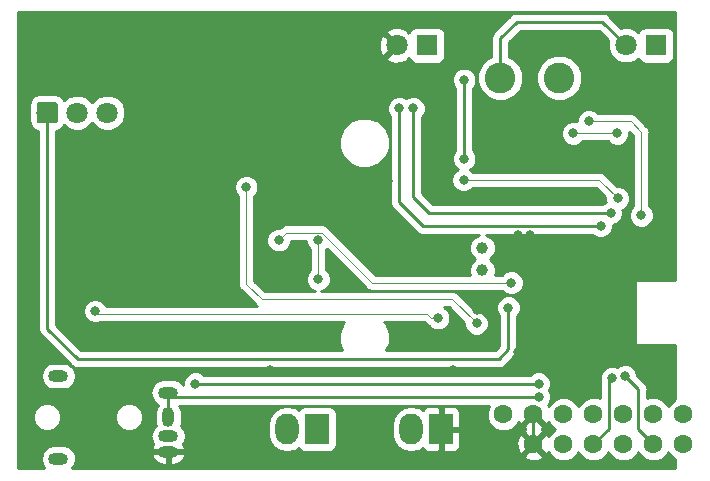
<source format=gbl>
G04 #@! TF.GenerationSoftware,KiCad,Pcbnew,5.0.2-bee76a0~70~ubuntu16.04.1*
G04 #@! TF.CreationDate,2019-02-20T18:18:52+05:30*
G04 #@! TF.ProjectId,senseBe_rev2,73656e73-6542-4655-9f72-6576322e6b69,rev?*
G04 #@! TF.SameCoordinates,Original*
G04 #@! TF.FileFunction,Copper,L2,Bot*
G04 #@! TF.FilePolarity,Positive*
%FSLAX46Y46*%
G04 Gerber Fmt 4.6, Leading zero omitted, Abs format (unit mm)*
G04 Created by KiCad (PCBNEW 5.0.2-bee76a0~70~ubuntu16.04.1) date Wed Feb 20 18:18:52 2019*
%MOMM*%
%LPD*%
G01*
G04 APERTURE LIST*
G04 #@! TA.AperFunction,Conductor*
%ADD10C,0.100000*%
G04 #@! TD*
G04 #@! TA.AperFunction,ComponentPad*
%ADD11C,1.800000*%
G04 #@! TD*
G04 #@! TA.AperFunction,ComponentPad*
%ADD12R,1.800000X1.800000*%
G04 #@! TD*
G04 #@! TA.AperFunction,ComponentPad*
%ADD13O,1.700000X1.000000*%
G04 #@! TD*
G04 #@! TA.AperFunction,ComponentPad*
%ADD14O,1.000000X1.700000*%
G04 #@! TD*
G04 #@! TA.AperFunction,WasherPad*
%ADD15C,1.600000*%
G04 #@! TD*
G04 #@! TA.AperFunction,ComponentPad*
%ADD16C,1.600000*%
G04 #@! TD*
G04 #@! TA.AperFunction,ComponentPad*
%ADD17O,2.000000X2.600000*%
G04 #@! TD*
G04 #@! TA.AperFunction,ComponentPad*
%ADD18R,2.000000X2.600000*%
G04 #@! TD*
G04 #@! TA.AperFunction,ComponentPad*
%ADD19C,1.000000*%
G04 #@! TD*
G04 #@! TA.AperFunction,ComponentPad*
%ADD20C,2.600000*%
G04 #@! TD*
G04 #@! TA.AperFunction,ViaPad*
%ADD21C,0.800000*%
G04 #@! TD*
G04 #@! TA.AperFunction,Conductor*
%ADD22C,0.250000*%
G04 #@! TD*
G04 #@! TA.AperFunction,Conductor*
%ADD23C,0.254000*%
G04 #@! TD*
G04 APERTURE END LIST*
D10*
G04 #@! TO.N,/RX_OUT*
G04 #@! TO.C,U2*
G36*
X3824324Y-8301205D02*
X3848612Y-8304808D01*
X3872429Y-8310774D01*
X3895547Y-8319045D01*
X3917743Y-8329543D01*
X3938804Y-8342166D01*
X3958525Y-8356793D01*
X3976718Y-8373282D01*
X3993207Y-8391475D01*
X4007834Y-8411196D01*
X4020457Y-8432257D01*
X4030955Y-8454453D01*
X4039226Y-8477571D01*
X4045192Y-8501388D01*
X4048795Y-8525676D01*
X4050000Y-8550200D01*
X4050000Y-9849800D01*
X4048795Y-9874324D01*
X4045192Y-9898612D01*
X4039226Y-9922429D01*
X4030955Y-9945547D01*
X4020457Y-9967743D01*
X4007834Y-9988804D01*
X3993207Y-10008525D01*
X3976718Y-10026718D01*
X3958525Y-10043207D01*
X3938804Y-10057834D01*
X3917743Y-10070457D01*
X3895547Y-10080955D01*
X3872429Y-10089226D01*
X3848612Y-10095192D01*
X3824324Y-10098795D01*
X3799800Y-10100000D01*
X2500200Y-10100000D01*
X2475676Y-10098795D01*
X2451388Y-10095192D01*
X2427571Y-10089226D01*
X2404453Y-10080955D01*
X2382257Y-10070457D01*
X2361196Y-10057834D01*
X2341475Y-10043207D01*
X2323282Y-10026718D01*
X2306793Y-10008525D01*
X2292166Y-9988804D01*
X2279543Y-9967743D01*
X2269045Y-9945547D01*
X2260774Y-9922429D01*
X2254808Y-9898612D01*
X2251205Y-9874324D01*
X2250000Y-9849800D01*
X2250000Y-8550200D01*
X2251205Y-8525676D01*
X2254808Y-8501388D01*
X2260774Y-8477571D01*
X2269045Y-8454453D01*
X2279543Y-8432257D01*
X2292166Y-8411196D01*
X2306793Y-8391475D01*
X2323282Y-8373282D01*
X2341475Y-8356793D01*
X2361196Y-8342166D01*
X2382257Y-8329543D01*
X2404453Y-8319045D01*
X2427571Y-8310774D01*
X2451388Y-8304808D01*
X2475676Y-8301205D01*
X2500200Y-8300000D01*
X3799800Y-8300000D01*
X3824324Y-8301205D01*
X3824324Y-8301205D01*
G37*
D11*
G04 #@! TD*
G04 #@! TO.P,U2,1*
G04 #@! TO.N,/RX_OUT*
X3150000Y-9200000D03*
G04 #@! TO.P,U2,2*
G04 #@! TO.N,Net-(Q3-Pad1)*
X5690000Y-9200000D03*
G04 #@! TO.P,U2,3*
G04 #@! TO.N,VDD*
X8230000Y-9200000D03*
G04 #@! TD*
D12*
G04 #@! TO.P,D2,1*
G04 #@! TO.N,/LIGHT_SENSE*
X35300000Y-3500000D03*
D11*
G04 #@! TO.P,D2,2*
G04 #@! TO.N,GND*
X32760000Y-3500000D03*
G04 #@! TD*
G04 #@! TO.P,D3,2*
G04 #@! TO.N,/Sheet5C63BFE7/VLED*
X52160000Y-3500000D03*
D12*
G04 #@! TO.P,D3,1*
G04 #@! TO.N,Net-(D3-Pad1)*
X54700000Y-3500000D03*
G04 #@! TD*
D13*
G04 #@! TO.P,J1,1*
G04 #@! TO.N,GND*
X13400000Y-37900000D03*
D14*
G04 #@! TO.P,J1,2*
G04 #@! TO.N,/TRIGGER*
X13400000Y-35000000D03*
D13*
G04 #@! TO.P,J1,3*
G04 #@! TO.N,/FOCUS*
X13400000Y-36600000D03*
G04 #@! TO.P,J1,4*
G04 #@! TO.N,/TRIGGER*
X13400000Y-32900000D03*
G04 #@! TO.P,J1,*
G04 #@! TO.N,*
X4100000Y-38500000D03*
X4100000Y-31500000D03*
G04 #@! TD*
D15*
G04 #@! TO.P,P1,*
G04 #@! TO.N,*
X41780000Y-34730000D03*
X57020000Y-37270000D03*
D16*
G04 #@! TO.P,P1,1*
G04 #@! TO.N,/SWDIO*
X54480000Y-34730000D03*
G04 #@! TO.P,P1,3*
G04 #@! TO.N,/SWDCLK*
X51940000Y-34730000D03*
G04 #@! TO.P,P1,5*
G04 #@! TO.N,/RESET*
X49400000Y-34730000D03*
G04 #@! TO.P,P1,7*
G04 #@! TO.N,/GPIO2*
X46860000Y-34730000D03*
G04 #@! TO.P,P1,9*
G04 #@! TO.N,GND*
X44320000Y-34730000D03*
G04 #@! TO.P,P1,10*
X44320000Y-37270000D03*
G04 #@! TO.P,P1,8*
G04 #@! TO.N,/RX*
X46860000Y-37270000D03*
G04 #@! TO.P,P1,6*
G04 #@! TO.N,/GPIO1*
X49400000Y-37270000D03*
G04 #@! TO.P,P1,4*
G04 #@! TO.N,VDD*
X51940000Y-37270000D03*
G04 #@! TO.P,P1,2*
G04 #@! TO.N,/TX*
X54480000Y-37270000D03*
D15*
G04 #@! TO.P,P1,*
G04 #@! TO.N,*
X57020000Y-34730000D03*
G04 #@! TD*
D17*
G04 #@! TO.P,SW1,2*
G04 #@! TO.N,Net-(Q1-Pad3)*
X23460000Y-36000000D03*
D18*
G04 #@! TO.P,SW1,1*
G04 #@! TO.N,N/C*
X26000000Y-36000000D03*
G04 #@! TD*
G04 #@! TO.P,SW2,1*
G04 #@! TO.N,GND*
X36500000Y-36000000D03*
D17*
G04 #@! TO.P,SW2,2*
G04 #@! TO.N,/BUTTON*
X33960000Y-36000000D03*
G04 #@! TD*
D19*
G04 #@! TO.P,Y1,1*
G04 #@! TO.N,/LFCLK_XL1*
X40000000Y-20650000D03*
G04 #@! TO.P,Y1,2*
G04 #@! TO.N,/LFCLK_XL2*
X40000000Y-22550000D03*
G04 #@! TD*
D20*
G04 #@! TO.P,L3,1*
G04 #@! TO.N,Net-(L3-Pad1)*
X46500000Y-6250000D03*
G04 #@! TO.P,L3,2*
G04 #@! TO.N,/Sheet5C63BFE7/VLED*
X41500000Y-6250000D03*
G04 #@! TD*
D21*
G04 #@! TO.N,GND*
X46500000Y-22500000D03*
X50500000Y-27500000D03*
X50500000Y-22500000D03*
X46450000Y-27500000D03*
X37500000Y-31000000D03*
X8200000Y-14800000D03*
X23400000Y-23300000D03*
X32000000Y-15000000D03*
X37000000Y-20250000D03*
X51600000Y-12500000D03*
X43000000Y-30500000D03*
X44000000Y-30500000D03*
X43000000Y-29500000D03*
X43000000Y-19525000D03*
X44000000Y-19525000D03*
X43000000Y-20500000D03*
X55800000Y-31000000D03*
X55800000Y-31800000D03*
X55800000Y-18750000D03*
X55800000Y-17950000D03*
X55000000Y-17950000D03*
X55000000Y-18750000D03*
X48500000Y-25000000D03*
X52000000Y-25000000D03*
X53500000Y-22500000D03*
X54800000Y-21750000D03*
X55650000Y-21750000D03*
X55650000Y-22850000D03*
X54800000Y-22850000D03*
X22000000Y-31000000D03*
X42700000Y-13750000D03*
X48550000Y-13500000D03*
X50500000Y-9000000D03*
X39550000Y-25950000D03*
X27200000Y-17725000D03*
G04 #@! TO.N,Net-(C11-Pad2)*
X38450000Y-13100000D03*
X38450000Y-6425000D03*
G04 #@! TO.N,/LIGHT_SENSE*
X50850000Y-17700000D03*
X34150000Y-8850000D03*
G04 #@! TO.N,Net-(D3-Pad1)*
X20000000Y-15500000D03*
X39500000Y-27050000D03*
G04 #@! TO.N,/TRIGGER*
X44750000Y-33250000D03*
G04 #@! TO.N,/FOCUS*
X44750000Y-32150000D03*
X15700000Y-32150000D03*
G04 #@! TO.N,/GPIO1*
X50957653Y-31657653D03*
G04 #@! TO.N,/TX*
X52075000Y-31500000D03*
G04 #@! TO.N,/LED_RED*
X22750000Y-20000000D03*
X42450000Y-23600000D03*
G04 #@! TO.N,/LED_GREEN*
X26100000Y-20000000D03*
X26100000Y-23300000D03*
G04 #@! TO.N,Net-(Q3-Pad1)*
X7200000Y-26000000D03*
X36250000Y-26600000D03*
G04 #@! TO.N,Net-(Q4-Pad3)*
X51400000Y-10950000D03*
X47700000Y-10950000D03*
G04 #@! TO.N,/PWR1*
X49000000Y-9950000D03*
X53450000Y-17900000D03*
G04 #@! TO.N,/LIGHT_SENSE_EN*
X50000000Y-18800000D03*
X32950000Y-8850000D03*
G04 #@! TO.N,/REG_EN*
X38400000Y-14900000D03*
X51450000Y-16450000D03*
G04 #@! TO.N,/RX_OUT*
X42200000Y-25700000D03*
G04 #@! TD*
D22*
G04 #@! TO.N,GND*
X44320000Y-35861370D02*
X44320000Y-37270000D01*
X44320000Y-34730000D02*
X44320000Y-35861370D01*
X43000000Y-30500000D02*
X44000000Y-30500000D01*
X43000000Y-19525000D02*
X44000000Y-19525000D01*
X43000000Y-19525000D02*
X43000000Y-20500000D01*
X43025000Y-20500000D02*
X44000000Y-19525000D01*
X43000000Y-20500000D02*
X43025000Y-20500000D01*
X43000000Y-30500000D02*
X43000000Y-29500000D01*
X44000000Y-30500000D02*
X43000000Y-29500000D01*
X55800000Y-31000000D02*
X55800000Y-31800000D01*
X55800000Y-18750000D02*
X55800000Y-17950000D01*
X55800000Y-17950000D02*
X55000000Y-17950000D01*
X55000000Y-17950000D02*
X55000000Y-18750000D01*
X55000000Y-18750000D02*
X55800000Y-18750000D01*
X44565685Y-19525000D02*
X45390685Y-20350000D01*
X44000000Y-19525000D02*
X44565685Y-19525000D01*
X45390685Y-21390685D02*
X46500000Y-22500000D01*
X45390685Y-20350000D02*
X45390685Y-21390685D01*
X46899999Y-22899999D02*
X50100001Y-22899999D01*
X50100001Y-22899999D02*
X50500000Y-22500000D01*
X46500000Y-22500000D02*
X46899999Y-22899999D01*
X46500000Y-27450000D02*
X46450000Y-27500000D01*
X46500000Y-22500000D02*
X46500000Y-27450000D01*
X47015685Y-27500000D02*
X50500000Y-27500000D01*
X46450000Y-27500000D02*
X47015685Y-27500000D01*
X48500000Y-25500000D02*
X48500000Y-25000000D01*
X50500000Y-27500000D02*
X48500000Y-25500000D01*
X48500000Y-25000000D02*
X52000000Y-25000000D01*
X50500000Y-22500000D02*
X53500000Y-22500000D01*
X54050000Y-22500000D02*
X54800000Y-21750000D01*
X53500000Y-22500000D02*
X54050000Y-22500000D01*
X54800000Y-21750000D02*
X55650000Y-21750000D01*
X55650000Y-21750000D02*
X55650000Y-22850000D01*
X55650000Y-22850000D02*
X54800000Y-22850000D01*
G04 #@! TO.N,/Sheet5C63BFE7/VLED*
X50160000Y-1500000D02*
X52160000Y-3500000D01*
X42911523Y-1500000D02*
X50160000Y-1500000D01*
X41500000Y-2911523D02*
X42911523Y-1500000D01*
X41500000Y-6250000D02*
X41500000Y-2911523D01*
G04 #@! TO.N,Net-(C11-Pad2)*
X38450000Y-13100000D02*
X38450000Y-9200000D01*
X38450000Y-9200000D02*
X38450000Y-6425000D01*
G04 #@! TO.N,/LIGHT_SENSE*
X50850000Y-17700000D02*
X35500000Y-17700000D01*
X34150000Y-16350000D02*
X34150000Y-8850000D01*
X35500000Y-17700000D02*
X34150000Y-16350000D01*
D10*
G04 #@! TO.N,Net-(D3-Pad1)*
X20000000Y-15500000D02*
X20000000Y-23700000D01*
X20000000Y-23700000D02*
X21300000Y-25000000D01*
X37450000Y-25000000D02*
X39500000Y-27050000D01*
X21300000Y-25000000D02*
X37450000Y-25000000D01*
D22*
G04 #@! TO.N,/TRIGGER*
X13750000Y-33250000D02*
X13400000Y-32900000D01*
X21800000Y-33250000D02*
X13750000Y-33250000D01*
X13400000Y-35000000D02*
X13400000Y-32900000D01*
X21800000Y-33250000D02*
X44750000Y-33250000D01*
G04 #@! TO.N,/FOCUS*
X44750000Y-32150000D02*
X15700000Y-32150000D01*
G04 #@! TO.N,/GPIO1*
X49400000Y-37270000D02*
X50700000Y-35970000D01*
X50700000Y-31915306D02*
X50957653Y-31657653D01*
X50700000Y-35970000D02*
X50700000Y-31915306D01*
G04 #@! TO.N,/TX*
X53200000Y-35990000D02*
X54480000Y-37270000D01*
X53200000Y-34200000D02*
X53200000Y-35990000D01*
X53200000Y-32625000D02*
X52075000Y-31500000D01*
X53200000Y-34200000D02*
X53200000Y-32625000D01*
D10*
G04 #@! TO.N,/LED_RED*
X22750000Y-20000000D02*
X23400001Y-19349999D01*
X23400001Y-19349999D02*
X26412001Y-19349999D01*
X26412001Y-19349999D02*
X30662002Y-23600000D01*
X30662002Y-23600000D02*
X42450000Y-23600000D01*
G04 #@! TO.N,/LED_GREEN*
X26100000Y-20000000D02*
X26100000Y-23300000D01*
G04 #@! TO.N,Net-(Q3-Pad1)*
X7450000Y-26250000D02*
X7200000Y-26000000D01*
X35334315Y-26250000D02*
X7450000Y-26250000D01*
X35684315Y-26600000D02*
X35334315Y-26250000D01*
X36250000Y-26600000D02*
X35684315Y-26600000D01*
G04 #@! TO.N,Net-(Q4-Pad3)*
X51400000Y-10950000D02*
X47700000Y-10950000D01*
G04 #@! TO.N,/PWR1*
X49000000Y-9950000D02*
X52550000Y-9950000D01*
X53450000Y-10850000D02*
X53450000Y-17900000D01*
X52550000Y-9950000D02*
X53450000Y-10850000D01*
D22*
G04 #@! TO.N,/LIGHT_SENSE_EN*
X50000000Y-18800000D02*
X34950000Y-18800000D01*
X32950000Y-16800000D02*
X32950000Y-8850000D01*
X34950000Y-18800000D02*
X32950000Y-16800000D01*
D10*
G04 #@! TO.N,/REG_EN*
X38400000Y-14900000D02*
X49900000Y-14900000D01*
X49900000Y-14900000D02*
X51450000Y-16450000D01*
D22*
G04 #@! TO.N,/RX_OUT*
X42200000Y-25700000D02*
X42200000Y-29250000D01*
X41374999Y-30075001D02*
X5725001Y-30075001D01*
X42200000Y-29250000D02*
X41374999Y-30075001D01*
X5725001Y-30075001D02*
X3150000Y-27500000D01*
X3150000Y-27500000D02*
X3150000Y-9200000D01*
G04 #@! TD*
D23*
G04 #@! TO.N,GND*
G36*
X56323000Y-23373000D02*
X53000000Y-23373000D01*
X52951399Y-23382667D01*
X52910197Y-23410197D01*
X52882667Y-23451399D01*
X52873000Y-23500000D01*
X52873000Y-28750000D01*
X52882667Y-28798601D01*
X52910197Y-28839803D01*
X52951399Y-28867333D01*
X53000000Y-28877000D01*
X56323000Y-28877000D01*
X56323000Y-33465474D01*
X56207138Y-33513466D01*
X55803466Y-33917138D01*
X55750000Y-34046216D01*
X55696534Y-33917138D01*
X55292862Y-33513466D01*
X54765439Y-33295000D01*
X54194561Y-33295000D01*
X53960000Y-33392158D01*
X53960000Y-32699846D01*
X53974888Y-32624999D01*
X53960000Y-32550152D01*
X53960000Y-32550148D01*
X53915904Y-32328463D01*
X53747929Y-32077071D01*
X53684473Y-32034671D01*
X53110000Y-31460199D01*
X53110000Y-31294126D01*
X52952431Y-30913720D01*
X52661280Y-30622569D01*
X52280874Y-30465000D01*
X51869126Y-30465000D01*
X51488720Y-30622569D01*
X51393414Y-30717875D01*
X51163527Y-30622653D01*
X50751779Y-30622653D01*
X50371373Y-30780222D01*
X50080222Y-31071373D01*
X49922653Y-31451779D01*
X49922653Y-31863527D01*
X49931272Y-31884336D01*
X49925112Y-31915306D01*
X49940001Y-31990158D01*
X49940001Y-33400443D01*
X49685439Y-33295000D01*
X49114561Y-33295000D01*
X48587138Y-33513466D01*
X48183466Y-33917138D01*
X48130000Y-34046216D01*
X48076534Y-33917138D01*
X47672862Y-33513466D01*
X47145439Y-33295000D01*
X46574561Y-33295000D01*
X46047138Y-33513466D01*
X45643466Y-33917138D01*
X45596475Y-34030583D01*
X45573864Y-33975995D01*
X45507658Y-33956053D01*
X45627431Y-33836280D01*
X45785000Y-33455874D01*
X45785000Y-33044126D01*
X45642459Y-32700000D01*
X45785000Y-32355874D01*
X45785000Y-31944126D01*
X45627431Y-31563720D01*
X45336280Y-31272569D01*
X44955874Y-31115000D01*
X44544126Y-31115000D01*
X44163720Y-31272569D01*
X44046289Y-31390000D01*
X16403711Y-31390000D01*
X16286280Y-31272569D01*
X15905874Y-31115000D01*
X15494126Y-31115000D01*
X15113720Y-31272569D01*
X14822569Y-31563720D01*
X14665000Y-31944126D01*
X14665000Y-32226449D01*
X14568289Y-32081711D01*
X14192855Y-31830854D01*
X13861783Y-31765000D01*
X12938217Y-31765000D01*
X12607145Y-31830854D01*
X12231711Y-32081711D01*
X11980854Y-32457145D01*
X11892765Y-32900000D01*
X11980854Y-33342855D01*
X12231711Y-33718289D01*
X12526075Y-33914977D01*
X12330854Y-34207145D01*
X12265000Y-34538217D01*
X12265000Y-35461782D01*
X12317266Y-35724545D01*
X12231711Y-35781711D01*
X11980854Y-36157145D01*
X11892765Y-36600000D01*
X11980854Y-37042855D01*
X12123616Y-37256514D01*
X11955881Y-37598126D01*
X12082046Y-37773000D01*
X13273000Y-37773000D01*
X13273000Y-37753000D01*
X13527000Y-37753000D01*
X13527000Y-37773000D01*
X14717954Y-37773000D01*
X14844119Y-37598126D01*
X14676384Y-37256514D01*
X14819146Y-37042855D01*
X14907235Y-36600000D01*
X14819146Y-36157145D01*
X14568289Y-35781711D01*
X14482734Y-35724545D01*
X14519646Y-35538969D01*
X21825000Y-35538969D01*
X21825000Y-36461030D01*
X21919864Y-36937944D01*
X22281231Y-37478769D01*
X22822055Y-37840136D01*
X23460000Y-37967031D01*
X24097944Y-37840136D01*
X24443100Y-37609510D01*
X24542191Y-37757809D01*
X24752235Y-37898157D01*
X25000000Y-37947440D01*
X27000000Y-37947440D01*
X27247765Y-37898157D01*
X27457809Y-37757809D01*
X27598157Y-37547765D01*
X27647440Y-37300000D01*
X27647440Y-35538969D01*
X32325000Y-35538969D01*
X32325000Y-36461030D01*
X32419864Y-36937944D01*
X32781231Y-37478769D01*
X33322055Y-37840136D01*
X33960000Y-37967031D01*
X34597944Y-37840136D01*
X34941365Y-37610670D01*
X34961673Y-37659699D01*
X35140302Y-37838327D01*
X35373691Y-37935000D01*
X36214250Y-37935000D01*
X36373000Y-37776250D01*
X36373000Y-36127000D01*
X36627000Y-36127000D01*
X36627000Y-37776250D01*
X36785750Y-37935000D01*
X37626309Y-37935000D01*
X37859698Y-37838327D01*
X38038327Y-37659699D01*
X38135000Y-37426310D01*
X38135000Y-37053223D01*
X42873035Y-37053223D01*
X42900222Y-37623454D01*
X43066136Y-38024005D01*
X43312255Y-38098139D01*
X44140395Y-37270000D01*
X43312255Y-36441861D01*
X43066136Y-36515995D01*
X42873035Y-37053223D01*
X38135000Y-37053223D01*
X38135000Y-36285750D01*
X37976250Y-36127000D01*
X36627000Y-36127000D01*
X36373000Y-36127000D01*
X36353000Y-36127000D01*
X36353000Y-35873000D01*
X36373000Y-35873000D01*
X36373000Y-34223750D01*
X36627000Y-34223750D01*
X36627000Y-35873000D01*
X37976250Y-35873000D01*
X38135000Y-35714250D01*
X38135000Y-34573690D01*
X38038327Y-34340301D01*
X37859698Y-34161673D01*
X37626309Y-34065000D01*
X36785750Y-34065000D01*
X36627000Y-34223750D01*
X36373000Y-34223750D01*
X36214250Y-34065000D01*
X35373691Y-34065000D01*
X35140302Y-34161673D01*
X34961673Y-34340301D01*
X34941365Y-34389330D01*
X34597945Y-34159864D01*
X33960000Y-34032969D01*
X33322056Y-34159864D01*
X32781231Y-34521231D01*
X32419864Y-35062055D01*
X32325000Y-35538969D01*
X27647440Y-35538969D01*
X27647440Y-34700000D01*
X27598157Y-34452235D01*
X27457809Y-34242191D01*
X27247765Y-34101843D01*
X27000000Y-34052560D01*
X25000000Y-34052560D01*
X24752235Y-34101843D01*
X24542191Y-34242191D01*
X24443100Y-34390489D01*
X24097945Y-34159864D01*
X23460000Y-34032969D01*
X22822056Y-34159864D01*
X22281231Y-34521231D01*
X21919864Y-35062055D01*
X21825000Y-35538969D01*
X14519646Y-35538969D01*
X14535000Y-35461783D01*
X14535000Y-34538218D01*
X14469146Y-34207145D01*
X14337418Y-34010000D01*
X40525001Y-34010000D01*
X40345000Y-34444561D01*
X40345000Y-35015439D01*
X40563466Y-35542862D01*
X40967138Y-35946534D01*
X41494561Y-36165000D01*
X42065439Y-36165000D01*
X42592862Y-35946534D01*
X42801651Y-35737745D01*
X43491861Y-35737745D01*
X43565995Y-35983864D01*
X43607709Y-35998858D01*
X43565995Y-36016136D01*
X43491861Y-36262255D01*
X44320000Y-37090395D01*
X45148139Y-36262255D01*
X45074005Y-36016136D01*
X45032291Y-36001142D01*
X45074005Y-35983864D01*
X45148139Y-35737745D01*
X44320000Y-34909605D01*
X43491861Y-35737745D01*
X42801651Y-35737745D01*
X42996534Y-35542862D01*
X43043525Y-35429417D01*
X43066136Y-35484005D01*
X43312255Y-35558139D01*
X44140395Y-34730000D01*
X44126252Y-34715858D01*
X44305858Y-34536252D01*
X44320000Y-34550395D01*
X44334143Y-34536253D01*
X44513748Y-34715858D01*
X44499605Y-34730000D01*
X45327745Y-35558139D01*
X45573864Y-35484005D01*
X45594874Y-35425552D01*
X45643466Y-35542862D01*
X46047138Y-35946534D01*
X46176216Y-36000000D01*
X46047138Y-36053466D01*
X45643466Y-36457138D01*
X45596475Y-36570583D01*
X45573864Y-36515995D01*
X45327745Y-36441861D01*
X44499605Y-37270000D01*
X45327745Y-38098139D01*
X45573864Y-38024005D01*
X45594874Y-37965552D01*
X45643466Y-38082862D01*
X46047138Y-38486534D01*
X46574561Y-38705000D01*
X47145439Y-38705000D01*
X47672862Y-38486534D01*
X48076534Y-38082862D01*
X48130000Y-37953784D01*
X48183466Y-38082862D01*
X48587138Y-38486534D01*
X49114561Y-38705000D01*
X49685439Y-38705000D01*
X50212862Y-38486534D01*
X50616534Y-38082862D01*
X50670000Y-37953784D01*
X50723466Y-38082862D01*
X51127138Y-38486534D01*
X51654561Y-38705000D01*
X52225439Y-38705000D01*
X52752862Y-38486534D01*
X53156534Y-38082862D01*
X53210000Y-37953784D01*
X53263466Y-38082862D01*
X53667138Y-38486534D01*
X54194561Y-38705000D01*
X54765439Y-38705000D01*
X55292862Y-38486534D01*
X55696534Y-38082862D01*
X55750000Y-37953784D01*
X55803466Y-38082862D01*
X56207138Y-38486534D01*
X56323000Y-38534526D01*
X56323000Y-39290000D01*
X5287191Y-39290000D01*
X5519146Y-38942855D01*
X5607235Y-38500000D01*
X5547935Y-38201874D01*
X11955881Y-38201874D01*
X12157632Y-38612763D01*
X12498322Y-38900002D01*
X12923000Y-39035000D01*
X13273000Y-39035000D01*
X13273000Y-38027000D01*
X13527000Y-38027000D01*
X13527000Y-39035000D01*
X13877000Y-39035000D01*
X14301678Y-38900002D01*
X14642368Y-38612763D01*
X14806865Y-38277745D01*
X43491861Y-38277745D01*
X43565995Y-38523864D01*
X44103223Y-38716965D01*
X44673454Y-38689778D01*
X45074005Y-38523864D01*
X45148139Y-38277745D01*
X44320000Y-37449605D01*
X43491861Y-38277745D01*
X14806865Y-38277745D01*
X14844119Y-38201874D01*
X14717954Y-38027000D01*
X13527000Y-38027000D01*
X13273000Y-38027000D01*
X12082046Y-38027000D01*
X11955881Y-38201874D01*
X5547935Y-38201874D01*
X5519146Y-38057145D01*
X5268289Y-37681711D01*
X4892855Y-37430854D01*
X4561783Y-37365000D01*
X3638217Y-37365000D01*
X3307145Y-37430854D01*
X2931711Y-37681711D01*
X2680854Y-38057145D01*
X2592765Y-38500000D01*
X2680854Y-38942855D01*
X2912809Y-39290000D01*
X710000Y-39290000D01*
X710000Y-34764289D01*
X1915000Y-34764289D01*
X1915000Y-35235711D01*
X2095405Y-35671249D01*
X2428751Y-36004595D01*
X2864289Y-36185000D01*
X3335711Y-36185000D01*
X3771249Y-36004595D01*
X4104595Y-35671249D01*
X4285000Y-35235711D01*
X4285000Y-34764289D01*
X8915000Y-34764289D01*
X8915000Y-35235711D01*
X9095405Y-35671249D01*
X9428751Y-36004595D01*
X9864289Y-36185000D01*
X10335711Y-36185000D01*
X10771249Y-36004595D01*
X11104595Y-35671249D01*
X11285000Y-35235711D01*
X11285000Y-34764289D01*
X11104595Y-34328751D01*
X10771249Y-33995405D01*
X10335711Y-33815000D01*
X9864289Y-33815000D01*
X9428751Y-33995405D01*
X9095405Y-34328751D01*
X8915000Y-34764289D01*
X4285000Y-34764289D01*
X4104595Y-34328751D01*
X3771249Y-33995405D01*
X3335711Y-33815000D01*
X2864289Y-33815000D01*
X2428751Y-33995405D01*
X2095405Y-34328751D01*
X1915000Y-34764289D01*
X710000Y-34764289D01*
X710000Y-8550200D01*
X1602560Y-8550200D01*
X1602560Y-9849800D01*
X1670889Y-10193312D01*
X1865473Y-10484527D01*
X2156688Y-10679111D01*
X2390001Y-10725520D01*
X2390000Y-27425153D01*
X2375112Y-27500000D01*
X2390000Y-27574847D01*
X2390000Y-27574851D01*
X2434096Y-27796536D01*
X2602071Y-28047929D01*
X2665530Y-28090331D01*
X5134674Y-30559477D01*
X5174455Y-30619013D01*
X4892855Y-30430854D01*
X4561783Y-30365000D01*
X3638217Y-30365000D01*
X3307145Y-30430854D01*
X2931711Y-30681711D01*
X2680854Y-31057145D01*
X2592765Y-31500000D01*
X2680854Y-31942855D01*
X2931711Y-32318289D01*
X3307145Y-32569146D01*
X3638217Y-32635000D01*
X4561783Y-32635000D01*
X4892855Y-32569146D01*
X5268289Y-32318289D01*
X5519146Y-31942855D01*
X5607235Y-31500000D01*
X5519146Y-31057145D01*
X5270907Y-30685629D01*
X5329998Y-30725112D01*
X5428464Y-30790905D01*
X5650149Y-30835001D01*
X5650153Y-30835001D01*
X5725000Y-30849889D01*
X5799847Y-30835001D01*
X41300152Y-30835001D01*
X41374999Y-30849889D01*
X41449846Y-30835001D01*
X41449851Y-30835001D01*
X41671536Y-30790905D01*
X41922928Y-30622930D01*
X41965330Y-30559471D01*
X42684473Y-29840329D01*
X42747929Y-29797929D01*
X42915904Y-29546537D01*
X42960000Y-29324852D01*
X42960000Y-29324848D01*
X42974888Y-29250000D01*
X42960000Y-29175152D01*
X42960000Y-26403711D01*
X43077431Y-26286280D01*
X43235000Y-25905874D01*
X43235000Y-25494126D01*
X43077431Y-25113720D01*
X42786280Y-24822569D01*
X42405874Y-24665000D01*
X41994126Y-24665000D01*
X41613720Y-24822569D01*
X41322569Y-25113720D01*
X41165000Y-25494126D01*
X41165000Y-25905874D01*
X41322569Y-26286280D01*
X41440000Y-26403711D01*
X41440001Y-28935197D01*
X41060198Y-29315001D01*
X31869770Y-29315001D01*
X32135000Y-28674678D01*
X32135000Y-27825322D01*
X31809966Y-27040620D01*
X31704346Y-26935000D01*
X35050579Y-26935000D01*
X35152243Y-27036663D01*
X35190458Y-27093857D01*
X35417042Y-27245255D01*
X35435145Y-27248856D01*
X35663720Y-27477431D01*
X36044126Y-27635000D01*
X36455874Y-27635000D01*
X36836280Y-27477431D01*
X37127431Y-27186280D01*
X37285000Y-26805874D01*
X37285000Y-26394126D01*
X37127431Y-26013720D01*
X36836280Y-25722569D01*
X36745580Y-25685000D01*
X37166265Y-25685000D01*
X38465000Y-26983736D01*
X38465000Y-27255874D01*
X38622569Y-27636280D01*
X38913720Y-27927431D01*
X39294126Y-28085000D01*
X39705874Y-28085000D01*
X40086280Y-27927431D01*
X40377431Y-27636280D01*
X40535000Y-27255874D01*
X40535000Y-26844126D01*
X40377431Y-26463720D01*
X40086280Y-26172569D01*
X39705874Y-26015000D01*
X39433736Y-26015000D01*
X37982074Y-24563339D01*
X37943857Y-24506143D01*
X37717273Y-24354745D01*
X37517462Y-24315000D01*
X37517460Y-24315000D01*
X37450000Y-24301581D01*
X37382540Y-24315000D01*
X26354158Y-24315000D01*
X26686280Y-24177431D01*
X26977431Y-23886280D01*
X27135000Y-23505874D01*
X27135000Y-23094126D01*
X26977431Y-22713720D01*
X26785000Y-22521289D01*
X26785000Y-20778711D01*
X26828489Y-20735222D01*
X30129930Y-24036664D01*
X30168145Y-24093857D01*
X30394729Y-24245255D01*
X30594540Y-24285000D01*
X30594541Y-24285000D01*
X30662001Y-24298419D01*
X30729462Y-24285000D01*
X41671289Y-24285000D01*
X41863720Y-24477431D01*
X42244126Y-24635000D01*
X42655874Y-24635000D01*
X43036280Y-24477431D01*
X43327431Y-24186280D01*
X43485000Y-23805874D01*
X43485000Y-23394126D01*
X43327431Y-23013720D01*
X43036280Y-22722569D01*
X42655874Y-22565000D01*
X42244126Y-22565000D01*
X41863720Y-22722569D01*
X41671289Y-22915000D01*
X41077327Y-22915000D01*
X41135000Y-22775766D01*
X41135000Y-22324234D01*
X40962207Y-21907074D01*
X40655133Y-21600000D01*
X40962207Y-21292926D01*
X41135000Y-20875766D01*
X41135000Y-20424234D01*
X40962207Y-20007074D01*
X40642926Y-19687793D01*
X40334406Y-19560000D01*
X49296289Y-19560000D01*
X49413720Y-19677431D01*
X49794126Y-19835000D01*
X50205874Y-19835000D01*
X50586280Y-19677431D01*
X50877431Y-19386280D01*
X51035000Y-19005874D01*
X51035000Y-18735000D01*
X51055874Y-18735000D01*
X51436280Y-18577431D01*
X51727431Y-18286280D01*
X51885000Y-17905874D01*
X51885000Y-17494126D01*
X51848219Y-17405328D01*
X52036280Y-17327431D01*
X52327431Y-17036280D01*
X52485000Y-16655874D01*
X52485000Y-16244126D01*
X52327431Y-15863720D01*
X52036280Y-15572569D01*
X51655874Y-15415000D01*
X51383736Y-15415000D01*
X50432074Y-14463339D01*
X50393857Y-14406143D01*
X50167273Y-14254745D01*
X49967462Y-14215000D01*
X49967460Y-14215000D01*
X49900000Y-14201581D01*
X49832540Y-14215000D01*
X39178711Y-14215000D01*
X38986280Y-14022569D01*
X38956794Y-14010355D01*
X39036280Y-13977431D01*
X39327431Y-13686280D01*
X39485000Y-13305874D01*
X39485000Y-12894126D01*
X39327431Y-12513720D01*
X39210000Y-12396289D01*
X39210000Y-10744126D01*
X46665000Y-10744126D01*
X46665000Y-11155874D01*
X46822569Y-11536280D01*
X47113720Y-11827431D01*
X47494126Y-11985000D01*
X47905874Y-11985000D01*
X48286280Y-11827431D01*
X48478711Y-11635000D01*
X50621289Y-11635000D01*
X50813720Y-11827431D01*
X51194126Y-11985000D01*
X51605874Y-11985000D01*
X51986280Y-11827431D01*
X52277431Y-11536280D01*
X52435000Y-11155874D01*
X52435000Y-10803735D01*
X52765000Y-11133736D01*
X52765001Y-17121288D01*
X52572569Y-17313720D01*
X52415000Y-17694126D01*
X52415000Y-18105874D01*
X52572569Y-18486280D01*
X52863720Y-18777431D01*
X53244126Y-18935000D01*
X53655874Y-18935000D01*
X54036280Y-18777431D01*
X54327431Y-18486280D01*
X54485000Y-18105874D01*
X54485000Y-17694126D01*
X54327431Y-17313720D01*
X54135000Y-17121289D01*
X54135000Y-10917460D01*
X54148419Y-10849999D01*
X54135000Y-10782538D01*
X54095255Y-10582727D01*
X53943856Y-10356143D01*
X53886666Y-10317930D01*
X53082074Y-9513339D01*
X53043857Y-9456143D01*
X52817273Y-9304745D01*
X52617462Y-9265000D01*
X52617460Y-9265000D01*
X52550000Y-9251581D01*
X52482540Y-9265000D01*
X49778711Y-9265000D01*
X49586280Y-9072569D01*
X49205874Y-8915000D01*
X48794126Y-8915000D01*
X48413720Y-9072569D01*
X48122569Y-9363720D01*
X47965000Y-9744126D01*
X47965000Y-9939491D01*
X47905874Y-9915000D01*
X47494126Y-9915000D01*
X47113720Y-10072569D01*
X46822569Y-10363720D01*
X46665000Y-10744126D01*
X39210000Y-10744126D01*
X39210000Y-7128711D01*
X39327431Y-7011280D01*
X39485000Y-6630874D01*
X39485000Y-6219126D01*
X39338361Y-5865105D01*
X39565000Y-5865105D01*
X39565000Y-6634895D01*
X39859586Y-7346090D01*
X40403910Y-7890414D01*
X41115105Y-8185000D01*
X41884895Y-8185000D01*
X42596090Y-7890414D01*
X43140414Y-7346090D01*
X43435000Y-6634895D01*
X43435000Y-5865105D01*
X44565000Y-5865105D01*
X44565000Y-6634895D01*
X44859586Y-7346090D01*
X45403910Y-7890414D01*
X46115105Y-8185000D01*
X46884895Y-8185000D01*
X47596090Y-7890414D01*
X48140414Y-7346090D01*
X48435000Y-6634895D01*
X48435000Y-5865105D01*
X48140414Y-5153910D01*
X47596090Y-4609586D01*
X46884895Y-4315000D01*
X46115105Y-4315000D01*
X45403910Y-4609586D01*
X44859586Y-5153910D01*
X44565000Y-5865105D01*
X43435000Y-5865105D01*
X43140414Y-5153910D01*
X42596090Y-4609586D01*
X42260000Y-4470373D01*
X42260000Y-3226324D01*
X43226325Y-2260000D01*
X49845199Y-2260000D01*
X50670360Y-3085161D01*
X50625000Y-3194670D01*
X50625000Y-3805330D01*
X50858690Y-4369507D01*
X51290493Y-4801310D01*
X51854670Y-5035000D01*
X52465330Y-5035000D01*
X53029507Y-4801310D01*
X53198725Y-4632092D01*
X53201843Y-4647765D01*
X53342191Y-4857809D01*
X53552235Y-4998157D01*
X53800000Y-5047440D01*
X55600000Y-5047440D01*
X55847765Y-4998157D01*
X56057809Y-4857809D01*
X56198157Y-4647765D01*
X56247440Y-4400000D01*
X56247440Y-2600000D01*
X56198157Y-2352235D01*
X56057809Y-2142191D01*
X55847765Y-2001843D01*
X55600000Y-1952560D01*
X53800000Y-1952560D01*
X53552235Y-2001843D01*
X53342191Y-2142191D01*
X53201843Y-2352235D01*
X53198725Y-2367908D01*
X53029507Y-2198690D01*
X52465330Y-1965000D01*
X51854670Y-1965000D01*
X51745161Y-2010360D01*
X50750331Y-1015530D01*
X50707929Y-952071D01*
X50456537Y-784096D01*
X50234852Y-740000D01*
X50234847Y-740000D01*
X50160000Y-725112D01*
X50085153Y-740000D01*
X42986370Y-740000D01*
X42911523Y-725112D01*
X42836676Y-740000D01*
X42836671Y-740000D01*
X42614986Y-784096D01*
X42363594Y-952071D01*
X42321194Y-1015527D01*
X41015528Y-2321194D01*
X40952072Y-2363594D01*
X40909672Y-2427050D01*
X40909671Y-2427051D01*
X40784097Y-2614986D01*
X40725112Y-2911523D01*
X40740001Y-2986375D01*
X40740001Y-4470373D01*
X40403910Y-4609586D01*
X39859586Y-5153910D01*
X39565000Y-5865105D01*
X39338361Y-5865105D01*
X39327431Y-5838720D01*
X39036280Y-5547569D01*
X38655874Y-5390000D01*
X38244126Y-5390000D01*
X37863720Y-5547569D01*
X37572569Y-5838720D01*
X37415000Y-6219126D01*
X37415000Y-6630874D01*
X37572569Y-7011280D01*
X37690001Y-7128712D01*
X37690000Y-9274851D01*
X37690001Y-9274856D01*
X37690000Y-12396289D01*
X37572569Y-12513720D01*
X37415000Y-12894126D01*
X37415000Y-13305874D01*
X37572569Y-13686280D01*
X37863720Y-13977431D01*
X37893206Y-13989645D01*
X37813720Y-14022569D01*
X37522569Y-14313720D01*
X37365000Y-14694126D01*
X37365000Y-15105874D01*
X37522569Y-15486280D01*
X37813720Y-15777431D01*
X38194126Y-15935000D01*
X38605874Y-15935000D01*
X38986280Y-15777431D01*
X39178711Y-15585000D01*
X49616265Y-15585000D01*
X50415000Y-16383736D01*
X50415000Y-16655874D01*
X50451781Y-16744672D01*
X50263720Y-16822569D01*
X50146289Y-16940000D01*
X35814803Y-16940000D01*
X34910000Y-16035199D01*
X34910000Y-9553711D01*
X35027431Y-9436280D01*
X35185000Y-9055874D01*
X35185000Y-8644126D01*
X35027431Y-8263720D01*
X34736280Y-7972569D01*
X34355874Y-7815000D01*
X33944126Y-7815000D01*
X33563720Y-7972569D01*
X33550000Y-7986289D01*
X33536280Y-7972569D01*
X33155874Y-7815000D01*
X32744126Y-7815000D01*
X32363720Y-7972569D01*
X32072569Y-8263720D01*
X31915000Y-8644126D01*
X31915000Y-9055874D01*
X32072569Y-9436280D01*
X32190001Y-9553712D01*
X32190000Y-16725153D01*
X32175112Y-16800000D01*
X32190000Y-16874847D01*
X32190000Y-16874851D01*
X32234096Y-17096536D01*
X32402071Y-17347929D01*
X32465530Y-17390331D01*
X34359671Y-19284473D01*
X34402071Y-19347929D01*
X34653463Y-19515904D01*
X34875148Y-19560000D01*
X34875152Y-19560000D01*
X34949999Y-19574888D01*
X35024846Y-19560000D01*
X39665594Y-19560000D01*
X39357074Y-19687793D01*
X39037793Y-20007074D01*
X38865000Y-20424234D01*
X38865000Y-20875766D01*
X39037793Y-21292926D01*
X39344867Y-21600000D01*
X39037793Y-21907074D01*
X38865000Y-22324234D01*
X38865000Y-22775766D01*
X38922673Y-22915000D01*
X30945738Y-22915000D01*
X26944075Y-18913338D01*
X26905858Y-18856142D01*
X26679274Y-18704744D01*
X26479463Y-18664999D01*
X26479461Y-18664999D01*
X26412001Y-18651580D01*
X26344541Y-18664999D01*
X23467461Y-18664999D01*
X23400000Y-18651580D01*
X23332540Y-18664999D01*
X23332539Y-18664999D01*
X23132728Y-18704744D01*
X22906144Y-18856142D01*
X22867929Y-18913335D01*
X22816264Y-18965000D01*
X22544126Y-18965000D01*
X22163720Y-19122569D01*
X21872569Y-19413720D01*
X21715000Y-19794126D01*
X21715000Y-20205874D01*
X21872569Y-20586280D01*
X22163720Y-20877431D01*
X22544126Y-21035000D01*
X22955874Y-21035000D01*
X23336280Y-20877431D01*
X23627431Y-20586280D01*
X23785000Y-20205874D01*
X23785000Y-20034999D01*
X25065000Y-20034999D01*
X25065000Y-20205874D01*
X25222569Y-20586280D01*
X25415000Y-20778711D01*
X25415001Y-22521288D01*
X25222569Y-22713720D01*
X25065000Y-23094126D01*
X25065000Y-23505874D01*
X25222569Y-23886280D01*
X25513720Y-24177431D01*
X25845842Y-24315000D01*
X21583737Y-24315000D01*
X20685000Y-23416265D01*
X20685000Y-16278711D01*
X20877431Y-16086280D01*
X21035000Y-15705874D01*
X21035000Y-15294126D01*
X20877431Y-14913720D01*
X20586280Y-14622569D01*
X20205874Y-14465000D01*
X19794126Y-14465000D01*
X19413720Y-14622569D01*
X19122569Y-14913720D01*
X18965000Y-15294126D01*
X18965000Y-15705874D01*
X19122569Y-16086280D01*
X19315000Y-16278711D01*
X19315001Y-23632535D01*
X19301581Y-23700000D01*
X19338635Y-23886280D01*
X19354746Y-23967273D01*
X19506144Y-24193857D01*
X19563337Y-24232072D01*
X20767930Y-25436667D01*
X20806143Y-25493857D01*
X20863333Y-25532070D01*
X20863334Y-25532071D01*
X20892533Y-25551581D01*
X20912616Y-25565000D01*
X8140093Y-25565000D01*
X8077431Y-25413720D01*
X7786280Y-25122569D01*
X7405874Y-24965000D01*
X6994126Y-24965000D01*
X6613720Y-25122569D01*
X6322569Y-25413720D01*
X6165000Y-25794126D01*
X6165000Y-26205874D01*
X6322569Y-26586280D01*
X6613720Y-26877431D01*
X6994126Y-27035000D01*
X7405874Y-27035000D01*
X7647296Y-26935000D01*
X28295654Y-26935000D01*
X28190034Y-27040620D01*
X27865000Y-27825322D01*
X27865000Y-28674678D01*
X28130230Y-29315001D01*
X6039804Y-29315001D01*
X3910000Y-27185199D01*
X3910000Y-11325322D01*
X27865000Y-11325322D01*
X27865000Y-12174678D01*
X28190034Y-12959380D01*
X28790620Y-13559966D01*
X29575322Y-13885000D01*
X30424678Y-13885000D01*
X31209380Y-13559966D01*
X31809966Y-12959380D01*
X32135000Y-12174678D01*
X32135000Y-11325322D01*
X31809966Y-10540620D01*
X31209380Y-9940034D01*
X30424678Y-9615000D01*
X29575322Y-9615000D01*
X28790620Y-9940034D01*
X28190034Y-10540620D01*
X27865000Y-11325322D01*
X3910000Y-11325322D01*
X3910000Y-10725520D01*
X4143312Y-10679111D01*
X4434527Y-10484527D01*
X4582401Y-10263218D01*
X4820493Y-10501310D01*
X5384670Y-10735000D01*
X5995330Y-10735000D01*
X6559507Y-10501310D01*
X6960000Y-10100817D01*
X7360493Y-10501310D01*
X7924670Y-10735000D01*
X8535330Y-10735000D01*
X9099507Y-10501310D01*
X9531310Y-10069507D01*
X9765000Y-9505330D01*
X9765000Y-8894670D01*
X9531310Y-8330493D01*
X9099507Y-7898690D01*
X8535330Y-7665000D01*
X7924670Y-7665000D01*
X7360493Y-7898690D01*
X6960000Y-8299183D01*
X6559507Y-7898690D01*
X5995330Y-7665000D01*
X5384670Y-7665000D01*
X4820493Y-7898690D01*
X4582401Y-8136782D01*
X4434527Y-7915473D01*
X4143312Y-7720889D01*
X3799800Y-7652560D01*
X2500200Y-7652560D01*
X2156688Y-7720889D01*
X1865473Y-7915473D01*
X1670889Y-8206688D01*
X1602560Y-8550200D01*
X710000Y-8550200D01*
X710000Y-3259336D01*
X31213542Y-3259336D01*
X31239161Y-3869460D01*
X31423357Y-4314148D01*
X31679841Y-4400554D01*
X32580395Y-3500000D01*
X31679841Y-2599446D01*
X31423357Y-2685852D01*
X31213542Y-3259336D01*
X710000Y-3259336D01*
X710000Y-2419841D01*
X31859446Y-2419841D01*
X32760000Y-3320395D01*
X32774143Y-3306253D01*
X32953748Y-3485858D01*
X32939605Y-3500000D01*
X32953748Y-3514143D01*
X32774143Y-3693748D01*
X32760000Y-3679605D01*
X31859446Y-4580159D01*
X31945852Y-4836643D01*
X32519336Y-5046458D01*
X33129460Y-5020839D01*
X33574148Y-4836643D01*
X33660553Y-4580161D01*
X33775110Y-4694718D01*
X33809942Y-4659886D01*
X33942191Y-4857809D01*
X34152235Y-4998157D01*
X34400000Y-5047440D01*
X36200000Y-5047440D01*
X36447765Y-4998157D01*
X36657809Y-4857809D01*
X36798157Y-4647765D01*
X36847440Y-4400000D01*
X36847440Y-2600000D01*
X36798157Y-2352235D01*
X36657809Y-2142191D01*
X36447765Y-2001843D01*
X36200000Y-1952560D01*
X34400000Y-1952560D01*
X34152235Y-2001843D01*
X33942191Y-2142191D01*
X33809942Y-2340114D01*
X33775110Y-2305282D01*
X33660553Y-2419839D01*
X33574148Y-2163357D01*
X33000664Y-1953542D01*
X32390540Y-1979161D01*
X31945852Y-2163357D01*
X31859446Y-2419841D01*
X710000Y-2419841D01*
X710000Y-710000D01*
X56323000Y-710000D01*
X56323000Y-23373000D01*
X56323000Y-23373000D01*
G37*
X56323000Y-23373000D02*
X53000000Y-23373000D01*
X52951399Y-23382667D01*
X52910197Y-23410197D01*
X52882667Y-23451399D01*
X52873000Y-23500000D01*
X52873000Y-28750000D01*
X52882667Y-28798601D01*
X52910197Y-28839803D01*
X52951399Y-28867333D01*
X53000000Y-28877000D01*
X56323000Y-28877000D01*
X56323000Y-33465474D01*
X56207138Y-33513466D01*
X55803466Y-33917138D01*
X55750000Y-34046216D01*
X55696534Y-33917138D01*
X55292862Y-33513466D01*
X54765439Y-33295000D01*
X54194561Y-33295000D01*
X53960000Y-33392158D01*
X53960000Y-32699846D01*
X53974888Y-32624999D01*
X53960000Y-32550152D01*
X53960000Y-32550148D01*
X53915904Y-32328463D01*
X53747929Y-32077071D01*
X53684473Y-32034671D01*
X53110000Y-31460199D01*
X53110000Y-31294126D01*
X52952431Y-30913720D01*
X52661280Y-30622569D01*
X52280874Y-30465000D01*
X51869126Y-30465000D01*
X51488720Y-30622569D01*
X51393414Y-30717875D01*
X51163527Y-30622653D01*
X50751779Y-30622653D01*
X50371373Y-30780222D01*
X50080222Y-31071373D01*
X49922653Y-31451779D01*
X49922653Y-31863527D01*
X49931272Y-31884336D01*
X49925112Y-31915306D01*
X49940001Y-31990158D01*
X49940001Y-33400443D01*
X49685439Y-33295000D01*
X49114561Y-33295000D01*
X48587138Y-33513466D01*
X48183466Y-33917138D01*
X48130000Y-34046216D01*
X48076534Y-33917138D01*
X47672862Y-33513466D01*
X47145439Y-33295000D01*
X46574561Y-33295000D01*
X46047138Y-33513466D01*
X45643466Y-33917138D01*
X45596475Y-34030583D01*
X45573864Y-33975995D01*
X45507658Y-33956053D01*
X45627431Y-33836280D01*
X45785000Y-33455874D01*
X45785000Y-33044126D01*
X45642459Y-32700000D01*
X45785000Y-32355874D01*
X45785000Y-31944126D01*
X45627431Y-31563720D01*
X45336280Y-31272569D01*
X44955874Y-31115000D01*
X44544126Y-31115000D01*
X44163720Y-31272569D01*
X44046289Y-31390000D01*
X16403711Y-31390000D01*
X16286280Y-31272569D01*
X15905874Y-31115000D01*
X15494126Y-31115000D01*
X15113720Y-31272569D01*
X14822569Y-31563720D01*
X14665000Y-31944126D01*
X14665000Y-32226449D01*
X14568289Y-32081711D01*
X14192855Y-31830854D01*
X13861783Y-31765000D01*
X12938217Y-31765000D01*
X12607145Y-31830854D01*
X12231711Y-32081711D01*
X11980854Y-32457145D01*
X11892765Y-32900000D01*
X11980854Y-33342855D01*
X12231711Y-33718289D01*
X12526075Y-33914977D01*
X12330854Y-34207145D01*
X12265000Y-34538217D01*
X12265000Y-35461782D01*
X12317266Y-35724545D01*
X12231711Y-35781711D01*
X11980854Y-36157145D01*
X11892765Y-36600000D01*
X11980854Y-37042855D01*
X12123616Y-37256514D01*
X11955881Y-37598126D01*
X12082046Y-37773000D01*
X13273000Y-37773000D01*
X13273000Y-37753000D01*
X13527000Y-37753000D01*
X13527000Y-37773000D01*
X14717954Y-37773000D01*
X14844119Y-37598126D01*
X14676384Y-37256514D01*
X14819146Y-37042855D01*
X14907235Y-36600000D01*
X14819146Y-36157145D01*
X14568289Y-35781711D01*
X14482734Y-35724545D01*
X14519646Y-35538969D01*
X21825000Y-35538969D01*
X21825000Y-36461030D01*
X21919864Y-36937944D01*
X22281231Y-37478769D01*
X22822055Y-37840136D01*
X23460000Y-37967031D01*
X24097944Y-37840136D01*
X24443100Y-37609510D01*
X24542191Y-37757809D01*
X24752235Y-37898157D01*
X25000000Y-37947440D01*
X27000000Y-37947440D01*
X27247765Y-37898157D01*
X27457809Y-37757809D01*
X27598157Y-37547765D01*
X27647440Y-37300000D01*
X27647440Y-35538969D01*
X32325000Y-35538969D01*
X32325000Y-36461030D01*
X32419864Y-36937944D01*
X32781231Y-37478769D01*
X33322055Y-37840136D01*
X33960000Y-37967031D01*
X34597944Y-37840136D01*
X34941365Y-37610670D01*
X34961673Y-37659699D01*
X35140302Y-37838327D01*
X35373691Y-37935000D01*
X36214250Y-37935000D01*
X36373000Y-37776250D01*
X36373000Y-36127000D01*
X36627000Y-36127000D01*
X36627000Y-37776250D01*
X36785750Y-37935000D01*
X37626309Y-37935000D01*
X37859698Y-37838327D01*
X38038327Y-37659699D01*
X38135000Y-37426310D01*
X38135000Y-37053223D01*
X42873035Y-37053223D01*
X42900222Y-37623454D01*
X43066136Y-38024005D01*
X43312255Y-38098139D01*
X44140395Y-37270000D01*
X43312255Y-36441861D01*
X43066136Y-36515995D01*
X42873035Y-37053223D01*
X38135000Y-37053223D01*
X38135000Y-36285750D01*
X37976250Y-36127000D01*
X36627000Y-36127000D01*
X36373000Y-36127000D01*
X36353000Y-36127000D01*
X36353000Y-35873000D01*
X36373000Y-35873000D01*
X36373000Y-34223750D01*
X36627000Y-34223750D01*
X36627000Y-35873000D01*
X37976250Y-35873000D01*
X38135000Y-35714250D01*
X38135000Y-34573690D01*
X38038327Y-34340301D01*
X37859698Y-34161673D01*
X37626309Y-34065000D01*
X36785750Y-34065000D01*
X36627000Y-34223750D01*
X36373000Y-34223750D01*
X36214250Y-34065000D01*
X35373691Y-34065000D01*
X35140302Y-34161673D01*
X34961673Y-34340301D01*
X34941365Y-34389330D01*
X34597945Y-34159864D01*
X33960000Y-34032969D01*
X33322056Y-34159864D01*
X32781231Y-34521231D01*
X32419864Y-35062055D01*
X32325000Y-35538969D01*
X27647440Y-35538969D01*
X27647440Y-34700000D01*
X27598157Y-34452235D01*
X27457809Y-34242191D01*
X27247765Y-34101843D01*
X27000000Y-34052560D01*
X25000000Y-34052560D01*
X24752235Y-34101843D01*
X24542191Y-34242191D01*
X24443100Y-34390489D01*
X24097945Y-34159864D01*
X23460000Y-34032969D01*
X22822056Y-34159864D01*
X22281231Y-34521231D01*
X21919864Y-35062055D01*
X21825000Y-35538969D01*
X14519646Y-35538969D01*
X14535000Y-35461783D01*
X14535000Y-34538218D01*
X14469146Y-34207145D01*
X14337418Y-34010000D01*
X40525001Y-34010000D01*
X40345000Y-34444561D01*
X40345000Y-35015439D01*
X40563466Y-35542862D01*
X40967138Y-35946534D01*
X41494561Y-36165000D01*
X42065439Y-36165000D01*
X42592862Y-35946534D01*
X42801651Y-35737745D01*
X43491861Y-35737745D01*
X43565995Y-35983864D01*
X43607709Y-35998858D01*
X43565995Y-36016136D01*
X43491861Y-36262255D01*
X44320000Y-37090395D01*
X45148139Y-36262255D01*
X45074005Y-36016136D01*
X45032291Y-36001142D01*
X45074005Y-35983864D01*
X45148139Y-35737745D01*
X44320000Y-34909605D01*
X43491861Y-35737745D01*
X42801651Y-35737745D01*
X42996534Y-35542862D01*
X43043525Y-35429417D01*
X43066136Y-35484005D01*
X43312255Y-35558139D01*
X44140395Y-34730000D01*
X44126252Y-34715858D01*
X44305858Y-34536252D01*
X44320000Y-34550395D01*
X44334143Y-34536253D01*
X44513748Y-34715858D01*
X44499605Y-34730000D01*
X45327745Y-35558139D01*
X45573864Y-35484005D01*
X45594874Y-35425552D01*
X45643466Y-35542862D01*
X46047138Y-35946534D01*
X46176216Y-36000000D01*
X46047138Y-36053466D01*
X45643466Y-36457138D01*
X45596475Y-36570583D01*
X45573864Y-36515995D01*
X45327745Y-36441861D01*
X44499605Y-37270000D01*
X45327745Y-38098139D01*
X45573864Y-38024005D01*
X45594874Y-37965552D01*
X45643466Y-38082862D01*
X46047138Y-38486534D01*
X46574561Y-38705000D01*
X47145439Y-38705000D01*
X47672862Y-38486534D01*
X48076534Y-38082862D01*
X48130000Y-37953784D01*
X48183466Y-38082862D01*
X48587138Y-38486534D01*
X49114561Y-38705000D01*
X49685439Y-38705000D01*
X50212862Y-38486534D01*
X50616534Y-38082862D01*
X50670000Y-37953784D01*
X50723466Y-38082862D01*
X51127138Y-38486534D01*
X51654561Y-38705000D01*
X52225439Y-38705000D01*
X52752862Y-38486534D01*
X53156534Y-38082862D01*
X53210000Y-37953784D01*
X53263466Y-38082862D01*
X53667138Y-38486534D01*
X54194561Y-38705000D01*
X54765439Y-38705000D01*
X55292862Y-38486534D01*
X55696534Y-38082862D01*
X55750000Y-37953784D01*
X55803466Y-38082862D01*
X56207138Y-38486534D01*
X56323000Y-38534526D01*
X56323000Y-39290000D01*
X5287191Y-39290000D01*
X5519146Y-38942855D01*
X5607235Y-38500000D01*
X5547935Y-38201874D01*
X11955881Y-38201874D01*
X12157632Y-38612763D01*
X12498322Y-38900002D01*
X12923000Y-39035000D01*
X13273000Y-39035000D01*
X13273000Y-38027000D01*
X13527000Y-38027000D01*
X13527000Y-39035000D01*
X13877000Y-39035000D01*
X14301678Y-38900002D01*
X14642368Y-38612763D01*
X14806865Y-38277745D01*
X43491861Y-38277745D01*
X43565995Y-38523864D01*
X44103223Y-38716965D01*
X44673454Y-38689778D01*
X45074005Y-38523864D01*
X45148139Y-38277745D01*
X44320000Y-37449605D01*
X43491861Y-38277745D01*
X14806865Y-38277745D01*
X14844119Y-38201874D01*
X14717954Y-38027000D01*
X13527000Y-38027000D01*
X13273000Y-38027000D01*
X12082046Y-38027000D01*
X11955881Y-38201874D01*
X5547935Y-38201874D01*
X5519146Y-38057145D01*
X5268289Y-37681711D01*
X4892855Y-37430854D01*
X4561783Y-37365000D01*
X3638217Y-37365000D01*
X3307145Y-37430854D01*
X2931711Y-37681711D01*
X2680854Y-38057145D01*
X2592765Y-38500000D01*
X2680854Y-38942855D01*
X2912809Y-39290000D01*
X710000Y-39290000D01*
X710000Y-34764289D01*
X1915000Y-34764289D01*
X1915000Y-35235711D01*
X2095405Y-35671249D01*
X2428751Y-36004595D01*
X2864289Y-36185000D01*
X3335711Y-36185000D01*
X3771249Y-36004595D01*
X4104595Y-35671249D01*
X4285000Y-35235711D01*
X4285000Y-34764289D01*
X8915000Y-34764289D01*
X8915000Y-35235711D01*
X9095405Y-35671249D01*
X9428751Y-36004595D01*
X9864289Y-36185000D01*
X10335711Y-36185000D01*
X10771249Y-36004595D01*
X11104595Y-35671249D01*
X11285000Y-35235711D01*
X11285000Y-34764289D01*
X11104595Y-34328751D01*
X10771249Y-33995405D01*
X10335711Y-33815000D01*
X9864289Y-33815000D01*
X9428751Y-33995405D01*
X9095405Y-34328751D01*
X8915000Y-34764289D01*
X4285000Y-34764289D01*
X4104595Y-34328751D01*
X3771249Y-33995405D01*
X3335711Y-33815000D01*
X2864289Y-33815000D01*
X2428751Y-33995405D01*
X2095405Y-34328751D01*
X1915000Y-34764289D01*
X710000Y-34764289D01*
X710000Y-8550200D01*
X1602560Y-8550200D01*
X1602560Y-9849800D01*
X1670889Y-10193312D01*
X1865473Y-10484527D01*
X2156688Y-10679111D01*
X2390001Y-10725520D01*
X2390000Y-27425153D01*
X2375112Y-27500000D01*
X2390000Y-27574847D01*
X2390000Y-27574851D01*
X2434096Y-27796536D01*
X2602071Y-28047929D01*
X2665530Y-28090331D01*
X5134674Y-30559477D01*
X5174455Y-30619013D01*
X4892855Y-30430854D01*
X4561783Y-30365000D01*
X3638217Y-30365000D01*
X3307145Y-30430854D01*
X2931711Y-30681711D01*
X2680854Y-31057145D01*
X2592765Y-31500000D01*
X2680854Y-31942855D01*
X2931711Y-32318289D01*
X3307145Y-32569146D01*
X3638217Y-32635000D01*
X4561783Y-32635000D01*
X4892855Y-32569146D01*
X5268289Y-32318289D01*
X5519146Y-31942855D01*
X5607235Y-31500000D01*
X5519146Y-31057145D01*
X5270907Y-30685629D01*
X5329998Y-30725112D01*
X5428464Y-30790905D01*
X5650149Y-30835001D01*
X5650153Y-30835001D01*
X5725000Y-30849889D01*
X5799847Y-30835001D01*
X41300152Y-30835001D01*
X41374999Y-30849889D01*
X41449846Y-30835001D01*
X41449851Y-30835001D01*
X41671536Y-30790905D01*
X41922928Y-30622930D01*
X41965330Y-30559471D01*
X42684473Y-29840329D01*
X42747929Y-29797929D01*
X42915904Y-29546537D01*
X42960000Y-29324852D01*
X42960000Y-29324848D01*
X42974888Y-29250000D01*
X42960000Y-29175152D01*
X42960000Y-26403711D01*
X43077431Y-26286280D01*
X43235000Y-25905874D01*
X43235000Y-25494126D01*
X43077431Y-25113720D01*
X42786280Y-24822569D01*
X42405874Y-24665000D01*
X41994126Y-24665000D01*
X41613720Y-24822569D01*
X41322569Y-25113720D01*
X41165000Y-25494126D01*
X41165000Y-25905874D01*
X41322569Y-26286280D01*
X41440000Y-26403711D01*
X41440001Y-28935197D01*
X41060198Y-29315001D01*
X31869770Y-29315001D01*
X32135000Y-28674678D01*
X32135000Y-27825322D01*
X31809966Y-27040620D01*
X31704346Y-26935000D01*
X35050579Y-26935000D01*
X35152243Y-27036663D01*
X35190458Y-27093857D01*
X35417042Y-27245255D01*
X35435145Y-27248856D01*
X35663720Y-27477431D01*
X36044126Y-27635000D01*
X36455874Y-27635000D01*
X36836280Y-27477431D01*
X37127431Y-27186280D01*
X37285000Y-26805874D01*
X37285000Y-26394126D01*
X37127431Y-26013720D01*
X36836280Y-25722569D01*
X36745580Y-25685000D01*
X37166265Y-25685000D01*
X38465000Y-26983736D01*
X38465000Y-27255874D01*
X38622569Y-27636280D01*
X38913720Y-27927431D01*
X39294126Y-28085000D01*
X39705874Y-28085000D01*
X40086280Y-27927431D01*
X40377431Y-27636280D01*
X40535000Y-27255874D01*
X40535000Y-26844126D01*
X40377431Y-26463720D01*
X40086280Y-26172569D01*
X39705874Y-26015000D01*
X39433736Y-26015000D01*
X37982074Y-24563339D01*
X37943857Y-24506143D01*
X37717273Y-24354745D01*
X37517462Y-24315000D01*
X37517460Y-24315000D01*
X37450000Y-24301581D01*
X37382540Y-24315000D01*
X26354158Y-24315000D01*
X26686280Y-24177431D01*
X26977431Y-23886280D01*
X27135000Y-23505874D01*
X27135000Y-23094126D01*
X26977431Y-22713720D01*
X26785000Y-22521289D01*
X26785000Y-20778711D01*
X26828489Y-20735222D01*
X30129930Y-24036664D01*
X30168145Y-24093857D01*
X30394729Y-24245255D01*
X30594540Y-24285000D01*
X30594541Y-24285000D01*
X30662001Y-24298419D01*
X30729462Y-24285000D01*
X41671289Y-24285000D01*
X41863720Y-24477431D01*
X42244126Y-24635000D01*
X42655874Y-24635000D01*
X43036280Y-24477431D01*
X43327431Y-24186280D01*
X43485000Y-23805874D01*
X43485000Y-23394126D01*
X43327431Y-23013720D01*
X43036280Y-22722569D01*
X42655874Y-22565000D01*
X42244126Y-22565000D01*
X41863720Y-22722569D01*
X41671289Y-22915000D01*
X41077327Y-22915000D01*
X41135000Y-22775766D01*
X41135000Y-22324234D01*
X40962207Y-21907074D01*
X40655133Y-21600000D01*
X40962207Y-21292926D01*
X41135000Y-20875766D01*
X41135000Y-20424234D01*
X40962207Y-20007074D01*
X40642926Y-19687793D01*
X40334406Y-19560000D01*
X49296289Y-19560000D01*
X49413720Y-19677431D01*
X49794126Y-19835000D01*
X50205874Y-19835000D01*
X50586280Y-19677431D01*
X50877431Y-19386280D01*
X51035000Y-19005874D01*
X51035000Y-18735000D01*
X51055874Y-18735000D01*
X51436280Y-18577431D01*
X51727431Y-18286280D01*
X51885000Y-17905874D01*
X51885000Y-17494126D01*
X51848219Y-17405328D01*
X52036280Y-17327431D01*
X52327431Y-17036280D01*
X52485000Y-16655874D01*
X52485000Y-16244126D01*
X52327431Y-15863720D01*
X52036280Y-15572569D01*
X51655874Y-15415000D01*
X51383736Y-15415000D01*
X50432074Y-14463339D01*
X50393857Y-14406143D01*
X50167273Y-14254745D01*
X49967462Y-14215000D01*
X49967460Y-14215000D01*
X49900000Y-14201581D01*
X49832540Y-14215000D01*
X39178711Y-14215000D01*
X38986280Y-14022569D01*
X38956794Y-14010355D01*
X39036280Y-13977431D01*
X39327431Y-13686280D01*
X39485000Y-13305874D01*
X39485000Y-12894126D01*
X39327431Y-12513720D01*
X39210000Y-12396289D01*
X39210000Y-10744126D01*
X46665000Y-10744126D01*
X46665000Y-11155874D01*
X46822569Y-11536280D01*
X47113720Y-11827431D01*
X47494126Y-11985000D01*
X47905874Y-11985000D01*
X48286280Y-11827431D01*
X48478711Y-11635000D01*
X50621289Y-11635000D01*
X50813720Y-11827431D01*
X51194126Y-11985000D01*
X51605874Y-11985000D01*
X51986280Y-11827431D01*
X52277431Y-11536280D01*
X52435000Y-11155874D01*
X52435000Y-10803735D01*
X52765000Y-11133736D01*
X52765001Y-17121288D01*
X52572569Y-17313720D01*
X52415000Y-17694126D01*
X52415000Y-18105874D01*
X52572569Y-18486280D01*
X52863720Y-18777431D01*
X53244126Y-18935000D01*
X53655874Y-18935000D01*
X54036280Y-18777431D01*
X54327431Y-18486280D01*
X54485000Y-18105874D01*
X54485000Y-17694126D01*
X54327431Y-17313720D01*
X54135000Y-17121289D01*
X54135000Y-10917460D01*
X54148419Y-10849999D01*
X54135000Y-10782538D01*
X54095255Y-10582727D01*
X53943856Y-10356143D01*
X53886666Y-10317930D01*
X53082074Y-9513339D01*
X53043857Y-9456143D01*
X52817273Y-9304745D01*
X52617462Y-9265000D01*
X52617460Y-9265000D01*
X52550000Y-9251581D01*
X52482540Y-9265000D01*
X49778711Y-9265000D01*
X49586280Y-9072569D01*
X49205874Y-8915000D01*
X48794126Y-8915000D01*
X48413720Y-9072569D01*
X48122569Y-9363720D01*
X47965000Y-9744126D01*
X47965000Y-9939491D01*
X47905874Y-9915000D01*
X47494126Y-9915000D01*
X47113720Y-10072569D01*
X46822569Y-10363720D01*
X46665000Y-10744126D01*
X39210000Y-10744126D01*
X39210000Y-7128711D01*
X39327431Y-7011280D01*
X39485000Y-6630874D01*
X39485000Y-6219126D01*
X39338361Y-5865105D01*
X39565000Y-5865105D01*
X39565000Y-6634895D01*
X39859586Y-7346090D01*
X40403910Y-7890414D01*
X41115105Y-8185000D01*
X41884895Y-8185000D01*
X42596090Y-7890414D01*
X43140414Y-7346090D01*
X43435000Y-6634895D01*
X43435000Y-5865105D01*
X44565000Y-5865105D01*
X44565000Y-6634895D01*
X44859586Y-7346090D01*
X45403910Y-7890414D01*
X46115105Y-8185000D01*
X46884895Y-8185000D01*
X47596090Y-7890414D01*
X48140414Y-7346090D01*
X48435000Y-6634895D01*
X48435000Y-5865105D01*
X48140414Y-5153910D01*
X47596090Y-4609586D01*
X46884895Y-4315000D01*
X46115105Y-4315000D01*
X45403910Y-4609586D01*
X44859586Y-5153910D01*
X44565000Y-5865105D01*
X43435000Y-5865105D01*
X43140414Y-5153910D01*
X42596090Y-4609586D01*
X42260000Y-4470373D01*
X42260000Y-3226324D01*
X43226325Y-2260000D01*
X49845199Y-2260000D01*
X50670360Y-3085161D01*
X50625000Y-3194670D01*
X50625000Y-3805330D01*
X50858690Y-4369507D01*
X51290493Y-4801310D01*
X51854670Y-5035000D01*
X52465330Y-5035000D01*
X53029507Y-4801310D01*
X53198725Y-4632092D01*
X53201843Y-4647765D01*
X53342191Y-4857809D01*
X53552235Y-4998157D01*
X53800000Y-5047440D01*
X55600000Y-5047440D01*
X55847765Y-4998157D01*
X56057809Y-4857809D01*
X56198157Y-4647765D01*
X56247440Y-4400000D01*
X56247440Y-2600000D01*
X56198157Y-2352235D01*
X56057809Y-2142191D01*
X55847765Y-2001843D01*
X55600000Y-1952560D01*
X53800000Y-1952560D01*
X53552235Y-2001843D01*
X53342191Y-2142191D01*
X53201843Y-2352235D01*
X53198725Y-2367908D01*
X53029507Y-2198690D01*
X52465330Y-1965000D01*
X51854670Y-1965000D01*
X51745161Y-2010360D01*
X50750331Y-1015530D01*
X50707929Y-952071D01*
X50456537Y-784096D01*
X50234852Y-740000D01*
X50234847Y-740000D01*
X50160000Y-725112D01*
X50085153Y-740000D01*
X42986370Y-740000D01*
X42911523Y-725112D01*
X42836676Y-740000D01*
X42836671Y-740000D01*
X42614986Y-784096D01*
X42363594Y-952071D01*
X42321194Y-1015527D01*
X41015528Y-2321194D01*
X40952072Y-2363594D01*
X40909672Y-2427050D01*
X40909671Y-2427051D01*
X40784097Y-2614986D01*
X40725112Y-2911523D01*
X40740001Y-2986375D01*
X40740001Y-4470373D01*
X40403910Y-4609586D01*
X39859586Y-5153910D01*
X39565000Y-5865105D01*
X39338361Y-5865105D01*
X39327431Y-5838720D01*
X39036280Y-5547569D01*
X38655874Y-5390000D01*
X38244126Y-5390000D01*
X37863720Y-5547569D01*
X37572569Y-5838720D01*
X37415000Y-6219126D01*
X37415000Y-6630874D01*
X37572569Y-7011280D01*
X37690001Y-7128712D01*
X37690000Y-9274851D01*
X37690001Y-9274856D01*
X37690000Y-12396289D01*
X37572569Y-12513720D01*
X37415000Y-12894126D01*
X37415000Y-13305874D01*
X37572569Y-13686280D01*
X37863720Y-13977431D01*
X37893206Y-13989645D01*
X37813720Y-14022569D01*
X37522569Y-14313720D01*
X37365000Y-14694126D01*
X37365000Y-15105874D01*
X37522569Y-15486280D01*
X37813720Y-15777431D01*
X38194126Y-15935000D01*
X38605874Y-15935000D01*
X38986280Y-15777431D01*
X39178711Y-15585000D01*
X49616265Y-15585000D01*
X50415000Y-16383736D01*
X50415000Y-16655874D01*
X50451781Y-16744672D01*
X50263720Y-16822569D01*
X50146289Y-16940000D01*
X35814803Y-16940000D01*
X34910000Y-16035199D01*
X34910000Y-9553711D01*
X35027431Y-9436280D01*
X35185000Y-9055874D01*
X35185000Y-8644126D01*
X35027431Y-8263720D01*
X34736280Y-7972569D01*
X34355874Y-7815000D01*
X33944126Y-7815000D01*
X33563720Y-7972569D01*
X33550000Y-7986289D01*
X33536280Y-7972569D01*
X33155874Y-7815000D01*
X32744126Y-7815000D01*
X32363720Y-7972569D01*
X32072569Y-8263720D01*
X31915000Y-8644126D01*
X31915000Y-9055874D01*
X32072569Y-9436280D01*
X32190001Y-9553712D01*
X32190000Y-16725153D01*
X32175112Y-16800000D01*
X32190000Y-16874847D01*
X32190000Y-16874851D01*
X32234096Y-17096536D01*
X32402071Y-17347929D01*
X32465530Y-17390331D01*
X34359671Y-19284473D01*
X34402071Y-19347929D01*
X34653463Y-19515904D01*
X34875148Y-19560000D01*
X34875152Y-19560000D01*
X34949999Y-19574888D01*
X35024846Y-19560000D01*
X39665594Y-19560000D01*
X39357074Y-19687793D01*
X39037793Y-20007074D01*
X38865000Y-20424234D01*
X38865000Y-20875766D01*
X39037793Y-21292926D01*
X39344867Y-21600000D01*
X39037793Y-21907074D01*
X38865000Y-22324234D01*
X38865000Y-22775766D01*
X38922673Y-22915000D01*
X30945738Y-22915000D01*
X26944075Y-18913338D01*
X26905858Y-18856142D01*
X26679274Y-18704744D01*
X26479463Y-18664999D01*
X26479461Y-18664999D01*
X26412001Y-18651580D01*
X26344541Y-18664999D01*
X23467461Y-18664999D01*
X23400000Y-18651580D01*
X23332540Y-18664999D01*
X23332539Y-18664999D01*
X23132728Y-18704744D01*
X22906144Y-18856142D01*
X22867929Y-18913335D01*
X22816264Y-18965000D01*
X22544126Y-18965000D01*
X22163720Y-19122569D01*
X21872569Y-19413720D01*
X21715000Y-19794126D01*
X21715000Y-20205874D01*
X21872569Y-20586280D01*
X22163720Y-20877431D01*
X22544126Y-21035000D01*
X22955874Y-21035000D01*
X23336280Y-20877431D01*
X23627431Y-20586280D01*
X23785000Y-20205874D01*
X23785000Y-20034999D01*
X25065000Y-20034999D01*
X25065000Y-20205874D01*
X25222569Y-20586280D01*
X25415000Y-20778711D01*
X25415001Y-22521288D01*
X25222569Y-22713720D01*
X25065000Y-23094126D01*
X25065000Y-23505874D01*
X25222569Y-23886280D01*
X25513720Y-24177431D01*
X25845842Y-24315000D01*
X21583737Y-24315000D01*
X20685000Y-23416265D01*
X20685000Y-16278711D01*
X20877431Y-16086280D01*
X21035000Y-15705874D01*
X21035000Y-15294126D01*
X20877431Y-14913720D01*
X20586280Y-14622569D01*
X20205874Y-14465000D01*
X19794126Y-14465000D01*
X19413720Y-14622569D01*
X19122569Y-14913720D01*
X18965000Y-15294126D01*
X18965000Y-15705874D01*
X19122569Y-16086280D01*
X19315000Y-16278711D01*
X19315001Y-23632535D01*
X19301581Y-23700000D01*
X19338635Y-23886280D01*
X19354746Y-23967273D01*
X19506144Y-24193857D01*
X19563337Y-24232072D01*
X20767930Y-25436667D01*
X20806143Y-25493857D01*
X20863333Y-25532070D01*
X20863334Y-25532071D01*
X20892533Y-25551581D01*
X20912616Y-25565000D01*
X8140093Y-25565000D01*
X8077431Y-25413720D01*
X7786280Y-25122569D01*
X7405874Y-24965000D01*
X6994126Y-24965000D01*
X6613720Y-25122569D01*
X6322569Y-25413720D01*
X6165000Y-25794126D01*
X6165000Y-26205874D01*
X6322569Y-26586280D01*
X6613720Y-26877431D01*
X6994126Y-27035000D01*
X7405874Y-27035000D01*
X7647296Y-26935000D01*
X28295654Y-26935000D01*
X28190034Y-27040620D01*
X27865000Y-27825322D01*
X27865000Y-28674678D01*
X28130230Y-29315001D01*
X6039804Y-29315001D01*
X3910000Y-27185199D01*
X3910000Y-11325322D01*
X27865000Y-11325322D01*
X27865000Y-12174678D01*
X28190034Y-12959380D01*
X28790620Y-13559966D01*
X29575322Y-13885000D01*
X30424678Y-13885000D01*
X31209380Y-13559966D01*
X31809966Y-12959380D01*
X32135000Y-12174678D01*
X32135000Y-11325322D01*
X31809966Y-10540620D01*
X31209380Y-9940034D01*
X30424678Y-9615000D01*
X29575322Y-9615000D01*
X28790620Y-9940034D01*
X28190034Y-10540620D01*
X27865000Y-11325322D01*
X3910000Y-11325322D01*
X3910000Y-10725520D01*
X4143312Y-10679111D01*
X4434527Y-10484527D01*
X4582401Y-10263218D01*
X4820493Y-10501310D01*
X5384670Y-10735000D01*
X5995330Y-10735000D01*
X6559507Y-10501310D01*
X6960000Y-10100817D01*
X7360493Y-10501310D01*
X7924670Y-10735000D01*
X8535330Y-10735000D01*
X9099507Y-10501310D01*
X9531310Y-10069507D01*
X9765000Y-9505330D01*
X9765000Y-8894670D01*
X9531310Y-8330493D01*
X9099507Y-7898690D01*
X8535330Y-7665000D01*
X7924670Y-7665000D01*
X7360493Y-7898690D01*
X6960000Y-8299183D01*
X6559507Y-7898690D01*
X5995330Y-7665000D01*
X5384670Y-7665000D01*
X4820493Y-7898690D01*
X4582401Y-8136782D01*
X4434527Y-7915473D01*
X4143312Y-7720889D01*
X3799800Y-7652560D01*
X2500200Y-7652560D01*
X2156688Y-7720889D01*
X1865473Y-7915473D01*
X1670889Y-8206688D01*
X1602560Y-8550200D01*
X710000Y-8550200D01*
X710000Y-3259336D01*
X31213542Y-3259336D01*
X31239161Y-3869460D01*
X31423357Y-4314148D01*
X31679841Y-4400554D01*
X32580395Y-3500000D01*
X31679841Y-2599446D01*
X31423357Y-2685852D01*
X31213542Y-3259336D01*
X710000Y-3259336D01*
X710000Y-2419841D01*
X31859446Y-2419841D01*
X32760000Y-3320395D01*
X32774143Y-3306253D01*
X32953748Y-3485858D01*
X32939605Y-3500000D01*
X32953748Y-3514143D01*
X32774143Y-3693748D01*
X32760000Y-3679605D01*
X31859446Y-4580159D01*
X31945852Y-4836643D01*
X32519336Y-5046458D01*
X33129460Y-5020839D01*
X33574148Y-4836643D01*
X33660553Y-4580161D01*
X33775110Y-4694718D01*
X33809942Y-4659886D01*
X33942191Y-4857809D01*
X34152235Y-4998157D01*
X34400000Y-5047440D01*
X36200000Y-5047440D01*
X36447765Y-4998157D01*
X36657809Y-4857809D01*
X36798157Y-4647765D01*
X36847440Y-4400000D01*
X36847440Y-2600000D01*
X36798157Y-2352235D01*
X36657809Y-2142191D01*
X36447765Y-2001843D01*
X36200000Y-1952560D01*
X34400000Y-1952560D01*
X34152235Y-2001843D01*
X33942191Y-2142191D01*
X33809942Y-2340114D01*
X33775110Y-2305282D01*
X33660553Y-2419839D01*
X33574148Y-2163357D01*
X33000664Y-1953542D01*
X32390540Y-1979161D01*
X31945852Y-2163357D01*
X31859446Y-2419841D01*
X710000Y-2419841D01*
X710000Y-710000D01*
X56323000Y-710000D01*
X56323000Y-23373000D01*
G04 #@! TD*
M02*

</source>
